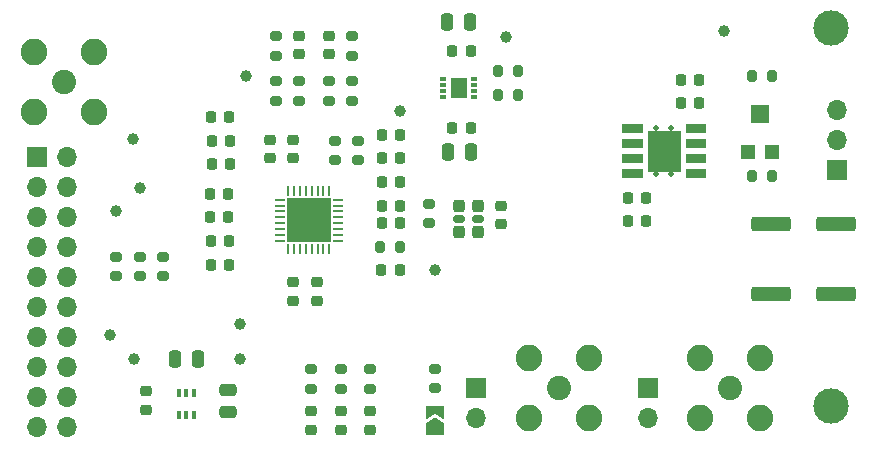
<source format=gbr>
%TF.GenerationSoftware,KiCad,Pcbnew,8.0.6*%
%TF.CreationDate,2025-05-09T15:02:35+02:00*%
%TF.ProjectId,pulse-shaping-extension-v1.1,70756c73-652d-4736-9861-70696e672d65,rev?*%
%TF.SameCoordinates,PX3d09000PY6590fa0*%
%TF.FileFunction,Soldermask,Top*%
%TF.FilePolarity,Negative*%
%FSLAX46Y46*%
G04 Gerber Fmt 4.6, Leading zero omitted, Abs format (unit mm)*
G04 Created by KiCad (PCBNEW 8.0.6) date 2025-05-09 15:02:35*
%MOMM*%
%LPD*%
G01*
G04 APERTURE LIST*
G04 Aperture macros list*
%AMRoundRect*
0 Rectangle with rounded corners*
0 $1 Rounding radius*
0 $2 $3 $4 $5 $6 $7 $8 $9 X,Y pos of 4 corners*
0 Add a 4 corners polygon primitive as box body*
4,1,4,$2,$3,$4,$5,$6,$7,$8,$9,$2,$3,0*
0 Add four circle primitives for the rounded corners*
1,1,$1+$1,$2,$3*
1,1,$1+$1,$4,$5*
1,1,$1+$1,$6,$7*
1,1,$1+$1,$8,$9*
0 Add four rect primitives between the rounded corners*
20,1,$1+$1,$2,$3,$4,$5,0*
20,1,$1+$1,$4,$5,$6,$7,0*
20,1,$1+$1,$6,$7,$8,$9,0*
20,1,$1+$1,$8,$9,$2,$3,0*%
%AMFreePoly0*
4,1,6,1.000000,0.000000,0.500000,-0.750000,-0.500000,-0.750000,-0.500000,0.750000,0.500000,0.750000,1.000000,0.000000,1.000000,0.000000,$1*%
%AMFreePoly1*
4,1,6,0.500000,-0.750000,-0.650000,-0.750000,-0.150000,0.000000,-0.650000,0.750000,0.500000,0.750000,0.500000,-0.750000,0.500000,-0.750000,$1*%
G04 Aperture macros list end*
%ADD10C,0.010000*%
%ADD11RoundRect,0.218750X-0.256250X0.218750X-0.256250X-0.218750X0.256250X-0.218750X0.256250X0.218750X0*%
%ADD12RoundRect,0.225000X0.250000X-0.225000X0.250000X0.225000X-0.250000X0.225000X-0.250000X-0.225000X0*%
%ADD13RoundRect,0.225000X-0.225000X-0.250000X0.225000X-0.250000X0.225000X0.250000X-0.225000X0.250000X0*%
%ADD14C,1.000000*%
%ADD15R,1.700000X1.700000*%
%ADD16O,1.700000X1.700000*%
%ADD17R,0.812800X0.254000*%
%ADD18R,0.254000X0.812800*%
%ADD19R,3.759200X3.759200*%
%ADD20RoundRect,0.200000X-0.275000X0.200000X-0.275000X-0.200000X0.275000X-0.200000X0.275000X0.200000X0*%
%ADD21RoundRect,0.250000X-0.250000X-0.475000X0.250000X-0.475000X0.250000X0.475000X-0.250000X0.475000X0*%
%ADD22R,1.200000X1.200000*%
%ADD23R,1.600000X1.500000*%
%ADD24C,2.050000*%
%ADD25C,2.250000*%
%ADD26RoundRect,0.200000X0.200000X0.275000X-0.200000X0.275000X-0.200000X-0.275000X0.200000X-0.275000X0*%
%ADD27RoundRect,0.225000X0.225000X0.250000X-0.225000X0.250000X-0.225000X-0.250000X0.225000X-0.250000X0*%
%ADD28RoundRect,0.225000X-0.250000X0.225000X-0.250000X-0.225000X0.250000X-0.225000X0.250000X0.225000X0*%
%ADD29RoundRect,0.250000X1.425000X-0.362500X1.425000X0.362500X-1.425000X0.362500X-1.425000X-0.362500X0*%
%ADD30RoundRect,0.200000X0.275000X-0.200000X0.275000X0.200000X-0.275000X0.200000X-0.275000X-0.200000X0*%
%ADD31RoundRect,0.200000X-0.200000X-0.275000X0.200000X-0.275000X0.200000X0.275000X-0.200000X0.275000X0*%
%ADD32RoundRect,0.250000X0.250000X0.275000X-0.250000X0.275000X-0.250000X-0.275000X0.250000X-0.275000X0*%
%ADD33RoundRect,0.162500X0.337500X0.162500X-0.337500X0.162500X-0.337500X-0.162500X0.337500X-0.162500X0*%
%ADD34C,0.504000*%
%ADD35RoundRect,0.087500X-0.200000X-0.087500X0.200000X-0.087500X0.200000X0.087500X-0.200000X0.087500X0*%
%ADD36R,1.450000X1.740000*%
%ADD37RoundRect,0.250000X0.475000X-0.250000X0.475000X0.250000X-0.475000X0.250000X-0.475000X-0.250000X0*%
%ADD38C,3.000000*%
%ADD39FreePoly0,90.000000*%
%ADD40FreePoly1,90.000000*%
%ADD41RoundRect,0.218750X0.256250X-0.218750X0.256250X0.218750X-0.256250X0.218750X-0.256250X-0.218750X0*%
%ADD42RoundRect,0.100000X-0.100000X0.225000X-0.100000X-0.225000X0.100000X-0.225000X0.100000X0.225000X0*%
G04 APERTURE END LIST*
D10*
%TO.C,U4*%
X58205000Y23950000D02*
X55495000Y23950000D01*
X55495000Y27350000D01*
X58205000Y27350000D01*
X58205000Y23950000D01*
G36*
X58205000Y23950000D02*
G01*
X55495000Y23950000D01*
X55495000Y27350000D01*
X58205000Y27350000D01*
X58205000Y23950000D01*
G37*
X54953000Y27924000D02*
X54955000Y27924000D01*
X54958000Y27923000D01*
X54960000Y27923000D01*
X54963000Y27922000D01*
X54965000Y27921000D01*
X54968000Y27920000D01*
X54970000Y27918000D01*
X54972000Y27917000D01*
X54974000Y27915000D01*
X54976000Y27914000D01*
X54978000Y27912000D01*
X54980000Y27910000D01*
X54982000Y27908000D01*
X54984000Y27906000D01*
X54985000Y27904000D01*
X54987000Y27902000D01*
X54988000Y27900000D01*
X54990000Y27898000D01*
X54991000Y27895000D01*
X54992000Y27893000D01*
X54993000Y27890000D01*
X54993000Y27888000D01*
X54994000Y27885000D01*
X54994000Y27883000D01*
X54995000Y27880000D01*
X54995000Y27878000D01*
X54995000Y27875000D01*
X54995000Y27235000D01*
X54995000Y27232000D01*
X54995000Y27230000D01*
X54994000Y27227000D01*
X54994000Y27225000D01*
X54993000Y27222000D01*
X54993000Y27220000D01*
X54992000Y27217000D01*
X54991000Y27215000D01*
X54990000Y27212000D01*
X54988000Y27210000D01*
X54987000Y27208000D01*
X54985000Y27206000D01*
X54984000Y27204000D01*
X54982000Y27202000D01*
X54980000Y27200000D01*
X54978000Y27198000D01*
X54976000Y27196000D01*
X54974000Y27195000D01*
X54972000Y27193000D01*
X54970000Y27192000D01*
X54968000Y27190000D01*
X54965000Y27189000D01*
X54963000Y27188000D01*
X54960000Y27187000D01*
X54958000Y27187000D01*
X54955000Y27186000D01*
X54953000Y27186000D01*
X54950000Y27185000D01*
X54948000Y27185000D01*
X54945000Y27185000D01*
X53355000Y27185000D01*
X53352000Y27185000D01*
X53350000Y27185000D01*
X53347000Y27186000D01*
X53345000Y27186000D01*
X53342000Y27187000D01*
X53340000Y27187000D01*
X53337000Y27188000D01*
X53335000Y27189000D01*
X53332000Y27190000D01*
X53330000Y27192000D01*
X53328000Y27193000D01*
X53326000Y27195000D01*
X53324000Y27196000D01*
X53322000Y27198000D01*
X53320000Y27200000D01*
X53318000Y27202000D01*
X53316000Y27204000D01*
X53315000Y27206000D01*
X53313000Y27208000D01*
X53312000Y27210000D01*
X53310000Y27212000D01*
X53309000Y27215000D01*
X53308000Y27217000D01*
X53307000Y27220000D01*
X53307000Y27222000D01*
X53306000Y27225000D01*
X53306000Y27227000D01*
X53305000Y27230000D01*
X53305000Y27232000D01*
X53305000Y27235000D01*
X53305000Y27875000D01*
X53305000Y27878000D01*
X53305000Y27880000D01*
X53306000Y27883000D01*
X53306000Y27885000D01*
X53307000Y27888000D01*
X53307000Y27890000D01*
X53308000Y27893000D01*
X53309000Y27895000D01*
X53310000Y27898000D01*
X53312000Y27900000D01*
X53313000Y27902000D01*
X53315000Y27904000D01*
X53316000Y27906000D01*
X53318000Y27908000D01*
X53320000Y27910000D01*
X53322000Y27912000D01*
X53324000Y27914000D01*
X53326000Y27915000D01*
X53328000Y27917000D01*
X53330000Y27918000D01*
X53332000Y27920000D01*
X53335000Y27921000D01*
X53337000Y27922000D01*
X53340000Y27923000D01*
X53342000Y27923000D01*
X53345000Y27924000D01*
X53347000Y27924000D01*
X53350000Y27925000D01*
X53352000Y27925000D01*
X53355000Y27925000D01*
X54945000Y27925000D01*
X54948000Y27925000D01*
X54950000Y27925000D01*
X54953000Y27924000D01*
G36*
X54953000Y27924000D02*
G01*
X54955000Y27924000D01*
X54958000Y27923000D01*
X54960000Y27923000D01*
X54963000Y27922000D01*
X54965000Y27921000D01*
X54968000Y27920000D01*
X54970000Y27918000D01*
X54972000Y27917000D01*
X54974000Y27915000D01*
X54976000Y27914000D01*
X54978000Y27912000D01*
X54980000Y27910000D01*
X54982000Y27908000D01*
X54984000Y27906000D01*
X54985000Y27904000D01*
X54987000Y27902000D01*
X54988000Y27900000D01*
X54990000Y27898000D01*
X54991000Y27895000D01*
X54992000Y27893000D01*
X54993000Y27890000D01*
X54993000Y27888000D01*
X54994000Y27885000D01*
X54994000Y27883000D01*
X54995000Y27880000D01*
X54995000Y27878000D01*
X54995000Y27875000D01*
X54995000Y27235000D01*
X54995000Y27232000D01*
X54995000Y27230000D01*
X54994000Y27227000D01*
X54994000Y27225000D01*
X54993000Y27222000D01*
X54993000Y27220000D01*
X54992000Y27217000D01*
X54991000Y27215000D01*
X54990000Y27212000D01*
X54988000Y27210000D01*
X54987000Y27208000D01*
X54985000Y27206000D01*
X54984000Y27204000D01*
X54982000Y27202000D01*
X54980000Y27200000D01*
X54978000Y27198000D01*
X54976000Y27196000D01*
X54974000Y27195000D01*
X54972000Y27193000D01*
X54970000Y27192000D01*
X54968000Y27190000D01*
X54965000Y27189000D01*
X54963000Y27188000D01*
X54960000Y27187000D01*
X54958000Y27187000D01*
X54955000Y27186000D01*
X54953000Y27186000D01*
X54950000Y27185000D01*
X54948000Y27185000D01*
X54945000Y27185000D01*
X53355000Y27185000D01*
X53352000Y27185000D01*
X53350000Y27185000D01*
X53347000Y27186000D01*
X53345000Y27186000D01*
X53342000Y27187000D01*
X53340000Y27187000D01*
X53337000Y27188000D01*
X53335000Y27189000D01*
X53332000Y27190000D01*
X53330000Y27192000D01*
X53328000Y27193000D01*
X53326000Y27195000D01*
X53324000Y27196000D01*
X53322000Y27198000D01*
X53320000Y27200000D01*
X53318000Y27202000D01*
X53316000Y27204000D01*
X53315000Y27206000D01*
X53313000Y27208000D01*
X53312000Y27210000D01*
X53310000Y27212000D01*
X53309000Y27215000D01*
X53308000Y27217000D01*
X53307000Y27220000D01*
X53307000Y27222000D01*
X53306000Y27225000D01*
X53306000Y27227000D01*
X53305000Y27230000D01*
X53305000Y27232000D01*
X53305000Y27235000D01*
X53305000Y27875000D01*
X53305000Y27878000D01*
X53305000Y27880000D01*
X53306000Y27883000D01*
X53306000Y27885000D01*
X53307000Y27888000D01*
X53307000Y27890000D01*
X53308000Y27893000D01*
X53309000Y27895000D01*
X53310000Y27898000D01*
X53312000Y27900000D01*
X53313000Y27902000D01*
X53315000Y27904000D01*
X53316000Y27906000D01*
X53318000Y27908000D01*
X53320000Y27910000D01*
X53322000Y27912000D01*
X53324000Y27914000D01*
X53326000Y27915000D01*
X53328000Y27917000D01*
X53330000Y27918000D01*
X53332000Y27920000D01*
X53335000Y27921000D01*
X53337000Y27922000D01*
X53340000Y27923000D01*
X53342000Y27923000D01*
X53345000Y27924000D01*
X53347000Y27924000D01*
X53350000Y27925000D01*
X53352000Y27925000D01*
X53355000Y27925000D01*
X54945000Y27925000D01*
X54948000Y27925000D01*
X54950000Y27925000D01*
X54953000Y27924000D01*
G37*
X54953000Y26654000D02*
X54955000Y26654000D01*
X54958000Y26653000D01*
X54960000Y26653000D01*
X54963000Y26652000D01*
X54965000Y26651000D01*
X54968000Y26650000D01*
X54970000Y26648000D01*
X54972000Y26647000D01*
X54974000Y26645000D01*
X54976000Y26644000D01*
X54978000Y26642000D01*
X54980000Y26640000D01*
X54982000Y26638000D01*
X54984000Y26636000D01*
X54985000Y26634000D01*
X54987000Y26632000D01*
X54988000Y26630000D01*
X54990000Y26628000D01*
X54991000Y26625000D01*
X54992000Y26623000D01*
X54993000Y26620000D01*
X54993000Y26618000D01*
X54994000Y26615000D01*
X54994000Y26613000D01*
X54995000Y26610000D01*
X54995000Y26608000D01*
X54995000Y26605000D01*
X54995000Y25965000D01*
X54995000Y25962000D01*
X54995000Y25960000D01*
X54994000Y25957000D01*
X54994000Y25955000D01*
X54993000Y25952000D01*
X54993000Y25950000D01*
X54992000Y25947000D01*
X54991000Y25945000D01*
X54990000Y25942000D01*
X54988000Y25940000D01*
X54987000Y25938000D01*
X54985000Y25936000D01*
X54984000Y25934000D01*
X54982000Y25932000D01*
X54980000Y25930000D01*
X54978000Y25928000D01*
X54976000Y25926000D01*
X54974000Y25925000D01*
X54972000Y25923000D01*
X54970000Y25922000D01*
X54968000Y25920000D01*
X54965000Y25919000D01*
X54963000Y25918000D01*
X54960000Y25917000D01*
X54958000Y25917000D01*
X54955000Y25916000D01*
X54953000Y25916000D01*
X54950000Y25915000D01*
X54948000Y25915000D01*
X54945000Y25915000D01*
X53355000Y25915000D01*
X53352000Y25915000D01*
X53350000Y25915000D01*
X53347000Y25916000D01*
X53345000Y25916000D01*
X53342000Y25917000D01*
X53340000Y25917000D01*
X53337000Y25918000D01*
X53335000Y25919000D01*
X53332000Y25920000D01*
X53330000Y25922000D01*
X53328000Y25923000D01*
X53326000Y25925000D01*
X53324000Y25926000D01*
X53322000Y25928000D01*
X53320000Y25930000D01*
X53318000Y25932000D01*
X53316000Y25934000D01*
X53315000Y25936000D01*
X53313000Y25938000D01*
X53312000Y25940000D01*
X53310000Y25942000D01*
X53309000Y25945000D01*
X53308000Y25947000D01*
X53307000Y25950000D01*
X53307000Y25952000D01*
X53306000Y25955000D01*
X53306000Y25957000D01*
X53305000Y25960000D01*
X53305000Y25962000D01*
X53305000Y25965000D01*
X53305000Y26605000D01*
X53305000Y26608000D01*
X53305000Y26610000D01*
X53306000Y26613000D01*
X53306000Y26615000D01*
X53307000Y26618000D01*
X53307000Y26620000D01*
X53308000Y26623000D01*
X53309000Y26625000D01*
X53310000Y26628000D01*
X53312000Y26630000D01*
X53313000Y26632000D01*
X53315000Y26634000D01*
X53316000Y26636000D01*
X53318000Y26638000D01*
X53320000Y26640000D01*
X53322000Y26642000D01*
X53324000Y26644000D01*
X53326000Y26645000D01*
X53328000Y26647000D01*
X53330000Y26648000D01*
X53332000Y26650000D01*
X53335000Y26651000D01*
X53337000Y26652000D01*
X53340000Y26653000D01*
X53342000Y26653000D01*
X53345000Y26654000D01*
X53347000Y26654000D01*
X53350000Y26655000D01*
X53352000Y26655000D01*
X53355000Y26655000D01*
X54945000Y26655000D01*
X54948000Y26655000D01*
X54950000Y26655000D01*
X54953000Y26654000D01*
G36*
X54953000Y26654000D02*
G01*
X54955000Y26654000D01*
X54958000Y26653000D01*
X54960000Y26653000D01*
X54963000Y26652000D01*
X54965000Y26651000D01*
X54968000Y26650000D01*
X54970000Y26648000D01*
X54972000Y26647000D01*
X54974000Y26645000D01*
X54976000Y26644000D01*
X54978000Y26642000D01*
X54980000Y26640000D01*
X54982000Y26638000D01*
X54984000Y26636000D01*
X54985000Y26634000D01*
X54987000Y26632000D01*
X54988000Y26630000D01*
X54990000Y26628000D01*
X54991000Y26625000D01*
X54992000Y26623000D01*
X54993000Y26620000D01*
X54993000Y26618000D01*
X54994000Y26615000D01*
X54994000Y26613000D01*
X54995000Y26610000D01*
X54995000Y26608000D01*
X54995000Y26605000D01*
X54995000Y25965000D01*
X54995000Y25962000D01*
X54995000Y25960000D01*
X54994000Y25957000D01*
X54994000Y25955000D01*
X54993000Y25952000D01*
X54993000Y25950000D01*
X54992000Y25947000D01*
X54991000Y25945000D01*
X54990000Y25942000D01*
X54988000Y25940000D01*
X54987000Y25938000D01*
X54985000Y25936000D01*
X54984000Y25934000D01*
X54982000Y25932000D01*
X54980000Y25930000D01*
X54978000Y25928000D01*
X54976000Y25926000D01*
X54974000Y25925000D01*
X54972000Y25923000D01*
X54970000Y25922000D01*
X54968000Y25920000D01*
X54965000Y25919000D01*
X54963000Y25918000D01*
X54960000Y25917000D01*
X54958000Y25917000D01*
X54955000Y25916000D01*
X54953000Y25916000D01*
X54950000Y25915000D01*
X54948000Y25915000D01*
X54945000Y25915000D01*
X53355000Y25915000D01*
X53352000Y25915000D01*
X53350000Y25915000D01*
X53347000Y25916000D01*
X53345000Y25916000D01*
X53342000Y25917000D01*
X53340000Y25917000D01*
X53337000Y25918000D01*
X53335000Y25919000D01*
X53332000Y25920000D01*
X53330000Y25922000D01*
X53328000Y25923000D01*
X53326000Y25925000D01*
X53324000Y25926000D01*
X53322000Y25928000D01*
X53320000Y25930000D01*
X53318000Y25932000D01*
X53316000Y25934000D01*
X53315000Y25936000D01*
X53313000Y25938000D01*
X53312000Y25940000D01*
X53310000Y25942000D01*
X53309000Y25945000D01*
X53308000Y25947000D01*
X53307000Y25950000D01*
X53307000Y25952000D01*
X53306000Y25955000D01*
X53306000Y25957000D01*
X53305000Y25960000D01*
X53305000Y25962000D01*
X53305000Y25965000D01*
X53305000Y26605000D01*
X53305000Y26608000D01*
X53305000Y26610000D01*
X53306000Y26613000D01*
X53306000Y26615000D01*
X53307000Y26618000D01*
X53307000Y26620000D01*
X53308000Y26623000D01*
X53309000Y26625000D01*
X53310000Y26628000D01*
X53312000Y26630000D01*
X53313000Y26632000D01*
X53315000Y26634000D01*
X53316000Y26636000D01*
X53318000Y26638000D01*
X53320000Y26640000D01*
X53322000Y26642000D01*
X53324000Y26644000D01*
X53326000Y26645000D01*
X53328000Y26647000D01*
X53330000Y26648000D01*
X53332000Y26650000D01*
X53335000Y26651000D01*
X53337000Y26652000D01*
X53340000Y26653000D01*
X53342000Y26653000D01*
X53345000Y26654000D01*
X53347000Y26654000D01*
X53350000Y26655000D01*
X53352000Y26655000D01*
X53355000Y26655000D01*
X54945000Y26655000D01*
X54948000Y26655000D01*
X54950000Y26655000D01*
X54953000Y26654000D01*
G37*
X54953000Y25384000D02*
X54955000Y25384000D01*
X54958000Y25383000D01*
X54960000Y25383000D01*
X54963000Y25382000D01*
X54965000Y25381000D01*
X54968000Y25380000D01*
X54970000Y25378000D01*
X54972000Y25377000D01*
X54974000Y25375000D01*
X54976000Y25374000D01*
X54978000Y25372000D01*
X54980000Y25370000D01*
X54982000Y25368000D01*
X54984000Y25366000D01*
X54985000Y25364000D01*
X54987000Y25362000D01*
X54988000Y25360000D01*
X54990000Y25358000D01*
X54991000Y25355000D01*
X54992000Y25353000D01*
X54993000Y25350000D01*
X54993000Y25348000D01*
X54994000Y25345000D01*
X54994000Y25343000D01*
X54995000Y25340000D01*
X54995000Y25338000D01*
X54995000Y25335000D01*
X54995000Y24695000D01*
X54995000Y24692000D01*
X54995000Y24690000D01*
X54994000Y24687000D01*
X54994000Y24685000D01*
X54993000Y24682000D01*
X54993000Y24680000D01*
X54992000Y24677000D01*
X54991000Y24675000D01*
X54990000Y24672000D01*
X54988000Y24670000D01*
X54987000Y24668000D01*
X54985000Y24666000D01*
X54984000Y24664000D01*
X54982000Y24662000D01*
X54980000Y24660000D01*
X54978000Y24658000D01*
X54976000Y24656000D01*
X54974000Y24655000D01*
X54972000Y24653000D01*
X54970000Y24652000D01*
X54968000Y24650000D01*
X54965000Y24649000D01*
X54963000Y24648000D01*
X54960000Y24647000D01*
X54958000Y24647000D01*
X54955000Y24646000D01*
X54953000Y24646000D01*
X54950000Y24645000D01*
X54948000Y24645000D01*
X54945000Y24645000D01*
X53355000Y24645000D01*
X53352000Y24645000D01*
X53350000Y24645000D01*
X53347000Y24646000D01*
X53345000Y24646000D01*
X53342000Y24647000D01*
X53340000Y24647000D01*
X53337000Y24648000D01*
X53335000Y24649000D01*
X53332000Y24650000D01*
X53330000Y24652000D01*
X53328000Y24653000D01*
X53326000Y24655000D01*
X53324000Y24656000D01*
X53322000Y24658000D01*
X53320000Y24660000D01*
X53318000Y24662000D01*
X53316000Y24664000D01*
X53315000Y24666000D01*
X53313000Y24668000D01*
X53312000Y24670000D01*
X53310000Y24672000D01*
X53309000Y24675000D01*
X53308000Y24677000D01*
X53307000Y24680000D01*
X53307000Y24682000D01*
X53306000Y24685000D01*
X53306000Y24687000D01*
X53305000Y24690000D01*
X53305000Y24692000D01*
X53305000Y24695000D01*
X53305000Y25335000D01*
X53305000Y25338000D01*
X53305000Y25340000D01*
X53306000Y25343000D01*
X53306000Y25345000D01*
X53307000Y25348000D01*
X53307000Y25350000D01*
X53308000Y25353000D01*
X53309000Y25355000D01*
X53310000Y25358000D01*
X53312000Y25360000D01*
X53313000Y25362000D01*
X53315000Y25364000D01*
X53316000Y25366000D01*
X53318000Y25368000D01*
X53320000Y25370000D01*
X53322000Y25372000D01*
X53324000Y25374000D01*
X53326000Y25375000D01*
X53328000Y25377000D01*
X53330000Y25378000D01*
X53332000Y25380000D01*
X53335000Y25381000D01*
X53337000Y25382000D01*
X53340000Y25383000D01*
X53342000Y25383000D01*
X53345000Y25384000D01*
X53347000Y25384000D01*
X53350000Y25385000D01*
X53352000Y25385000D01*
X53355000Y25385000D01*
X54945000Y25385000D01*
X54948000Y25385000D01*
X54950000Y25385000D01*
X54953000Y25384000D01*
G36*
X54953000Y25384000D02*
G01*
X54955000Y25384000D01*
X54958000Y25383000D01*
X54960000Y25383000D01*
X54963000Y25382000D01*
X54965000Y25381000D01*
X54968000Y25380000D01*
X54970000Y25378000D01*
X54972000Y25377000D01*
X54974000Y25375000D01*
X54976000Y25374000D01*
X54978000Y25372000D01*
X54980000Y25370000D01*
X54982000Y25368000D01*
X54984000Y25366000D01*
X54985000Y25364000D01*
X54987000Y25362000D01*
X54988000Y25360000D01*
X54990000Y25358000D01*
X54991000Y25355000D01*
X54992000Y25353000D01*
X54993000Y25350000D01*
X54993000Y25348000D01*
X54994000Y25345000D01*
X54994000Y25343000D01*
X54995000Y25340000D01*
X54995000Y25338000D01*
X54995000Y25335000D01*
X54995000Y24695000D01*
X54995000Y24692000D01*
X54995000Y24690000D01*
X54994000Y24687000D01*
X54994000Y24685000D01*
X54993000Y24682000D01*
X54993000Y24680000D01*
X54992000Y24677000D01*
X54991000Y24675000D01*
X54990000Y24672000D01*
X54988000Y24670000D01*
X54987000Y24668000D01*
X54985000Y24666000D01*
X54984000Y24664000D01*
X54982000Y24662000D01*
X54980000Y24660000D01*
X54978000Y24658000D01*
X54976000Y24656000D01*
X54974000Y24655000D01*
X54972000Y24653000D01*
X54970000Y24652000D01*
X54968000Y24650000D01*
X54965000Y24649000D01*
X54963000Y24648000D01*
X54960000Y24647000D01*
X54958000Y24647000D01*
X54955000Y24646000D01*
X54953000Y24646000D01*
X54950000Y24645000D01*
X54948000Y24645000D01*
X54945000Y24645000D01*
X53355000Y24645000D01*
X53352000Y24645000D01*
X53350000Y24645000D01*
X53347000Y24646000D01*
X53345000Y24646000D01*
X53342000Y24647000D01*
X53340000Y24647000D01*
X53337000Y24648000D01*
X53335000Y24649000D01*
X53332000Y24650000D01*
X53330000Y24652000D01*
X53328000Y24653000D01*
X53326000Y24655000D01*
X53324000Y24656000D01*
X53322000Y24658000D01*
X53320000Y24660000D01*
X53318000Y24662000D01*
X53316000Y24664000D01*
X53315000Y24666000D01*
X53313000Y24668000D01*
X53312000Y24670000D01*
X53310000Y24672000D01*
X53309000Y24675000D01*
X53308000Y24677000D01*
X53307000Y24680000D01*
X53307000Y24682000D01*
X53306000Y24685000D01*
X53306000Y24687000D01*
X53305000Y24690000D01*
X53305000Y24692000D01*
X53305000Y24695000D01*
X53305000Y25335000D01*
X53305000Y25338000D01*
X53305000Y25340000D01*
X53306000Y25343000D01*
X53306000Y25345000D01*
X53307000Y25348000D01*
X53307000Y25350000D01*
X53308000Y25353000D01*
X53309000Y25355000D01*
X53310000Y25358000D01*
X53312000Y25360000D01*
X53313000Y25362000D01*
X53315000Y25364000D01*
X53316000Y25366000D01*
X53318000Y25368000D01*
X53320000Y25370000D01*
X53322000Y25372000D01*
X53324000Y25374000D01*
X53326000Y25375000D01*
X53328000Y25377000D01*
X53330000Y25378000D01*
X53332000Y25380000D01*
X53335000Y25381000D01*
X53337000Y25382000D01*
X53340000Y25383000D01*
X53342000Y25383000D01*
X53345000Y25384000D01*
X53347000Y25384000D01*
X53350000Y25385000D01*
X53352000Y25385000D01*
X53355000Y25385000D01*
X54945000Y25385000D01*
X54948000Y25385000D01*
X54950000Y25385000D01*
X54953000Y25384000D01*
G37*
X54953000Y24114000D02*
X54955000Y24114000D01*
X54958000Y24113000D01*
X54960000Y24113000D01*
X54963000Y24112000D01*
X54965000Y24111000D01*
X54968000Y24110000D01*
X54970000Y24108000D01*
X54972000Y24107000D01*
X54974000Y24105000D01*
X54976000Y24104000D01*
X54978000Y24102000D01*
X54980000Y24100000D01*
X54982000Y24098000D01*
X54984000Y24096000D01*
X54985000Y24094000D01*
X54987000Y24092000D01*
X54988000Y24090000D01*
X54990000Y24088000D01*
X54991000Y24085000D01*
X54992000Y24083000D01*
X54993000Y24080000D01*
X54993000Y24078000D01*
X54994000Y24075000D01*
X54994000Y24073000D01*
X54995000Y24070000D01*
X54995000Y24068000D01*
X54995000Y24065000D01*
X54995000Y23425000D01*
X54995000Y23422000D01*
X54995000Y23420000D01*
X54994000Y23417000D01*
X54994000Y23415000D01*
X54993000Y23412000D01*
X54993000Y23410000D01*
X54992000Y23407000D01*
X54991000Y23405000D01*
X54990000Y23402000D01*
X54988000Y23400000D01*
X54987000Y23398000D01*
X54985000Y23396000D01*
X54984000Y23394000D01*
X54982000Y23392000D01*
X54980000Y23390000D01*
X54978000Y23388000D01*
X54976000Y23386000D01*
X54974000Y23385000D01*
X54972000Y23383000D01*
X54970000Y23382000D01*
X54968000Y23380000D01*
X54965000Y23379000D01*
X54963000Y23378000D01*
X54960000Y23377000D01*
X54958000Y23377000D01*
X54955000Y23376000D01*
X54953000Y23376000D01*
X54950000Y23375000D01*
X54948000Y23375000D01*
X54945000Y23375000D01*
X53355000Y23375000D01*
X53352000Y23375000D01*
X53350000Y23375000D01*
X53347000Y23376000D01*
X53345000Y23376000D01*
X53342000Y23377000D01*
X53340000Y23377000D01*
X53337000Y23378000D01*
X53335000Y23379000D01*
X53332000Y23380000D01*
X53330000Y23382000D01*
X53328000Y23383000D01*
X53326000Y23385000D01*
X53324000Y23386000D01*
X53322000Y23388000D01*
X53320000Y23390000D01*
X53318000Y23392000D01*
X53316000Y23394000D01*
X53315000Y23396000D01*
X53313000Y23398000D01*
X53312000Y23400000D01*
X53310000Y23402000D01*
X53309000Y23405000D01*
X53308000Y23407000D01*
X53307000Y23410000D01*
X53307000Y23412000D01*
X53306000Y23415000D01*
X53306000Y23417000D01*
X53305000Y23420000D01*
X53305000Y23422000D01*
X53305000Y23425000D01*
X53305000Y24065000D01*
X53305000Y24068000D01*
X53305000Y24070000D01*
X53306000Y24073000D01*
X53306000Y24075000D01*
X53307000Y24078000D01*
X53307000Y24080000D01*
X53308000Y24083000D01*
X53309000Y24085000D01*
X53310000Y24088000D01*
X53312000Y24090000D01*
X53313000Y24092000D01*
X53315000Y24094000D01*
X53316000Y24096000D01*
X53318000Y24098000D01*
X53320000Y24100000D01*
X53322000Y24102000D01*
X53324000Y24104000D01*
X53326000Y24105000D01*
X53328000Y24107000D01*
X53330000Y24108000D01*
X53332000Y24110000D01*
X53335000Y24111000D01*
X53337000Y24112000D01*
X53340000Y24113000D01*
X53342000Y24113000D01*
X53345000Y24114000D01*
X53347000Y24114000D01*
X53350000Y24115000D01*
X53352000Y24115000D01*
X53355000Y24115000D01*
X54945000Y24115000D01*
X54948000Y24115000D01*
X54950000Y24115000D01*
X54953000Y24114000D01*
G36*
X54953000Y24114000D02*
G01*
X54955000Y24114000D01*
X54958000Y24113000D01*
X54960000Y24113000D01*
X54963000Y24112000D01*
X54965000Y24111000D01*
X54968000Y24110000D01*
X54970000Y24108000D01*
X54972000Y24107000D01*
X54974000Y24105000D01*
X54976000Y24104000D01*
X54978000Y24102000D01*
X54980000Y24100000D01*
X54982000Y24098000D01*
X54984000Y24096000D01*
X54985000Y24094000D01*
X54987000Y24092000D01*
X54988000Y24090000D01*
X54990000Y24088000D01*
X54991000Y24085000D01*
X54992000Y24083000D01*
X54993000Y24080000D01*
X54993000Y24078000D01*
X54994000Y24075000D01*
X54994000Y24073000D01*
X54995000Y24070000D01*
X54995000Y24068000D01*
X54995000Y24065000D01*
X54995000Y23425000D01*
X54995000Y23422000D01*
X54995000Y23420000D01*
X54994000Y23417000D01*
X54994000Y23415000D01*
X54993000Y23412000D01*
X54993000Y23410000D01*
X54992000Y23407000D01*
X54991000Y23405000D01*
X54990000Y23402000D01*
X54988000Y23400000D01*
X54987000Y23398000D01*
X54985000Y23396000D01*
X54984000Y23394000D01*
X54982000Y23392000D01*
X54980000Y23390000D01*
X54978000Y23388000D01*
X54976000Y23386000D01*
X54974000Y23385000D01*
X54972000Y23383000D01*
X54970000Y23382000D01*
X54968000Y23380000D01*
X54965000Y23379000D01*
X54963000Y23378000D01*
X54960000Y23377000D01*
X54958000Y23377000D01*
X54955000Y23376000D01*
X54953000Y23376000D01*
X54950000Y23375000D01*
X54948000Y23375000D01*
X54945000Y23375000D01*
X53355000Y23375000D01*
X53352000Y23375000D01*
X53350000Y23375000D01*
X53347000Y23376000D01*
X53345000Y23376000D01*
X53342000Y23377000D01*
X53340000Y23377000D01*
X53337000Y23378000D01*
X53335000Y23379000D01*
X53332000Y23380000D01*
X53330000Y23382000D01*
X53328000Y23383000D01*
X53326000Y23385000D01*
X53324000Y23386000D01*
X53322000Y23388000D01*
X53320000Y23390000D01*
X53318000Y23392000D01*
X53316000Y23394000D01*
X53315000Y23396000D01*
X53313000Y23398000D01*
X53312000Y23400000D01*
X53310000Y23402000D01*
X53309000Y23405000D01*
X53308000Y23407000D01*
X53307000Y23410000D01*
X53307000Y23412000D01*
X53306000Y23415000D01*
X53306000Y23417000D01*
X53305000Y23420000D01*
X53305000Y23422000D01*
X53305000Y23425000D01*
X53305000Y24065000D01*
X53305000Y24068000D01*
X53305000Y24070000D01*
X53306000Y24073000D01*
X53306000Y24075000D01*
X53307000Y24078000D01*
X53307000Y24080000D01*
X53308000Y24083000D01*
X53309000Y24085000D01*
X53310000Y24088000D01*
X53312000Y24090000D01*
X53313000Y24092000D01*
X53315000Y24094000D01*
X53316000Y24096000D01*
X53318000Y24098000D01*
X53320000Y24100000D01*
X53322000Y24102000D01*
X53324000Y24104000D01*
X53326000Y24105000D01*
X53328000Y24107000D01*
X53330000Y24108000D01*
X53332000Y24110000D01*
X53335000Y24111000D01*
X53337000Y24112000D01*
X53340000Y24113000D01*
X53342000Y24113000D01*
X53345000Y24114000D01*
X53347000Y24114000D01*
X53350000Y24115000D01*
X53352000Y24115000D01*
X53355000Y24115000D01*
X54945000Y24115000D01*
X54948000Y24115000D01*
X54950000Y24115000D01*
X54953000Y24114000D01*
G37*
X60353000Y27924000D02*
X60355000Y27924000D01*
X60358000Y27923000D01*
X60360000Y27923000D01*
X60363000Y27922000D01*
X60365000Y27921000D01*
X60368000Y27920000D01*
X60370000Y27918000D01*
X60372000Y27917000D01*
X60374000Y27915000D01*
X60376000Y27914000D01*
X60378000Y27912000D01*
X60380000Y27910000D01*
X60382000Y27908000D01*
X60384000Y27906000D01*
X60385000Y27904000D01*
X60387000Y27902000D01*
X60388000Y27900000D01*
X60390000Y27898000D01*
X60391000Y27895000D01*
X60392000Y27893000D01*
X60393000Y27890000D01*
X60393000Y27888000D01*
X60394000Y27885000D01*
X60394000Y27883000D01*
X60395000Y27880000D01*
X60395000Y27878000D01*
X60395000Y27875000D01*
X60395000Y27235000D01*
X60395000Y27232000D01*
X60395000Y27230000D01*
X60394000Y27227000D01*
X60394000Y27225000D01*
X60393000Y27222000D01*
X60393000Y27220000D01*
X60392000Y27217000D01*
X60391000Y27215000D01*
X60390000Y27212000D01*
X60388000Y27210000D01*
X60387000Y27208000D01*
X60385000Y27206000D01*
X60384000Y27204000D01*
X60382000Y27202000D01*
X60380000Y27200000D01*
X60378000Y27198000D01*
X60376000Y27196000D01*
X60374000Y27195000D01*
X60372000Y27193000D01*
X60370000Y27192000D01*
X60368000Y27190000D01*
X60365000Y27189000D01*
X60363000Y27188000D01*
X60360000Y27187000D01*
X60358000Y27187000D01*
X60355000Y27186000D01*
X60353000Y27186000D01*
X60350000Y27185000D01*
X60348000Y27185000D01*
X60345000Y27185000D01*
X58755000Y27185000D01*
X58752000Y27185000D01*
X58750000Y27185000D01*
X58747000Y27186000D01*
X58745000Y27186000D01*
X58742000Y27187000D01*
X58740000Y27187000D01*
X58737000Y27188000D01*
X58735000Y27189000D01*
X58732000Y27190000D01*
X58730000Y27192000D01*
X58728000Y27193000D01*
X58726000Y27195000D01*
X58724000Y27196000D01*
X58722000Y27198000D01*
X58720000Y27200000D01*
X58718000Y27202000D01*
X58716000Y27204000D01*
X58715000Y27206000D01*
X58713000Y27208000D01*
X58712000Y27210000D01*
X58710000Y27212000D01*
X58709000Y27215000D01*
X58708000Y27217000D01*
X58707000Y27220000D01*
X58707000Y27222000D01*
X58706000Y27225000D01*
X58706000Y27227000D01*
X58705000Y27230000D01*
X58705000Y27232000D01*
X58705000Y27235000D01*
X58705000Y27875000D01*
X58705000Y27878000D01*
X58705000Y27880000D01*
X58706000Y27883000D01*
X58706000Y27885000D01*
X58707000Y27888000D01*
X58707000Y27890000D01*
X58708000Y27893000D01*
X58709000Y27895000D01*
X58710000Y27898000D01*
X58712000Y27900000D01*
X58713000Y27902000D01*
X58715000Y27904000D01*
X58716000Y27906000D01*
X58718000Y27908000D01*
X58720000Y27910000D01*
X58722000Y27912000D01*
X58724000Y27914000D01*
X58726000Y27915000D01*
X58728000Y27917000D01*
X58730000Y27918000D01*
X58732000Y27920000D01*
X58735000Y27921000D01*
X58737000Y27922000D01*
X58740000Y27923000D01*
X58742000Y27923000D01*
X58745000Y27924000D01*
X58747000Y27924000D01*
X58750000Y27925000D01*
X58752000Y27925000D01*
X58755000Y27925000D01*
X60345000Y27925000D01*
X60348000Y27925000D01*
X60350000Y27925000D01*
X60353000Y27924000D01*
G36*
X60353000Y27924000D02*
G01*
X60355000Y27924000D01*
X60358000Y27923000D01*
X60360000Y27923000D01*
X60363000Y27922000D01*
X60365000Y27921000D01*
X60368000Y27920000D01*
X60370000Y27918000D01*
X60372000Y27917000D01*
X60374000Y27915000D01*
X60376000Y27914000D01*
X60378000Y27912000D01*
X60380000Y27910000D01*
X60382000Y27908000D01*
X60384000Y27906000D01*
X60385000Y27904000D01*
X60387000Y27902000D01*
X60388000Y27900000D01*
X60390000Y27898000D01*
X60391000Y27895000D01*
X60392000Y27893000D01*
X60393000Y27890000D01*
X60393000Y27888000D01*
X60394000Y27885000D01*
X60394000Y27883000D01*
X60395000Y27880000D01*
X60395000Y27878000D01*
X60395000Y27875000D01*
X60395000Y27235000D01*
X60395000Y27232000D01*
X60395000Y27230000D01*
X60394000Y27227000D01*
X60394000Y27225000D01*
X60393000Y27222000D01*
X60393000Y27220000D01*
X60392000Y27217000D01*
X60391000Y27215000D01*
X60390000Y27212000D01*
X60388000Y27210000D01*
X60387000Y27208000D01*
X60385000Y27206000D01*
X60384000Y27204000D01*
X60382000Y27202000D01*
X60380000Y27200000D01*
X60378000Y27198000D01*
X60376000Y27196000D01*
X60374000Y27195000D01*
X60372000Y27193000D01*
X60370000Y27192000D01*
X60368000Y27190000D01*
X60365000Y27189000D01*
X60363000Y27188000D01*
X60360000Y27187000D01*
X60358000Y27187000D01*
X60355000Y27186000D01*
X60353000Y27186000D01*
X60350000Y27185000D01*
X60348000Y27185000D01*
X60345000Y27185000D01*
X58755000Y27185000D01*
X58752000Y27185000D01*
X58750000Y27185000D01*
X58747000Y27186000D01*
X58745000Y27186000D01*
X58742000Y27187000D01*
X58740000Y27187000D01*
X58737000Y27188000D01*
X58735000Y27189000D01*
X58732000Y27190000D01*
X58730000Y27192000D01*
X58728000Y27193000D01*
X58726000Y27195000D01*
X58724000Y27196000D01*
X58722000Y27198000D01*
X58720000Y27200000D01*
X58718000Y27202000D01*
X58716000Y27204000D01*
X58715000Y27206000D01*
X58713000Y27208000D01*
X58712000Y27210000D01*
X58710000Y27212000D01*
X58709000Y27215000D01*
X58708000Y27217000D01*
X58707000Y27220000D01*
X58707000Y27222000D01*
X58706000Y27225000D01*
X58706000Y27227000D01*
X58705000Y27230000D01*
X58705000Y27232000D01*
X58705000Y27235000D01*
X58705000Y27875000D01*
X58705000Y27878000D01*
X58705000Y27880000D01*
X58706000Y27883000D01*
X58706000Y27885000D01*
X58707000Y27888000D01*
X58707000Y27890000D01*
X58708000Y27893000D01*
X58709000Y27895000D01*
X58710000Y27898000D01*
X58712000Y27900000D01*
X58713000Y27902000D01*
X58715000Y27904000D01*
X58716000Y27906000D01*
X58718000Y27908000D01*
X58720000Y27910000D01*
X58722000Y27912000D01*
X58724000Y27914000D01*
X58726000Y27915000D01*
X58728000Y27917000D01*
X58730000Y27918000D01*
X58732000Y27920000D01*
X58735000Y27921000D01*
X58737000Y27922000D01*
X58740000Y27923000D01*
X58742000Y27923000D01*
X58745000Y27924000D01*
X58747000Y27924000D01*
X58750000Y27925000D01*
X58752000Y27925000D01*
X58755000Y27925000D01*
X60345000Y27925000D01*
X60348000Y27925000D01*
X60350000Y27925000D01*
X60353000Y27924000D01*
G37*
X60353000Y26654000D02*
X60355000Y26654000D01*
X60358000Y26653000D01*
X60360000Y26653000D01*
X60363000Y26652000D01*
X60365000Y26651000D01*
X60368000Y26650000D01*
X60370000Y26648000D01*
X60372000Y26647000D01*
X60374000Y26645000D01*
X60376000Y26644000D01*
X60378000Y26642000D01*
X60380000Y26640000D01*
X60382000Y26638000D01*
X60384000Y26636000D01*
X60385000Y26634000D01*
X60387000Y26632000D01*
X60388000Y26630000D01*
X60390000Y26628000D01*
X60391000Y26625000D01*
X60392000Y26623000D01*
X60393000Y26620000D01*
X60393000Y26618000D01*
X60394000Y26615000D01*
X60394000Y26613000D01*
X60395000Y26610000D01*
X60395000Y26608000D01*
X60395000Y26605000D01*
X60395000Y25965000D01*
X60395000Y25962000D01*
X60395000Y25960000D01*
X60394000Y25957000D01*
X60394000Y25955000D01*
X60393000Y25952000D01*
X60393000Y25950000D01*
X60392000Y25947000D01*
X60391000Y25945000D01*
X60390000Y25942000D01*
X60388000Y25940000D01*
X60387000Y25938000D01*
X60385000Y25936000D01*
X60384000Y25934000D01*
X60382000Y25932000D01*
X60380000Y25930000D01*
X60378000Y25928000D01*
X60376000Y25926000D01*
X60374000Y25925000D01*
X60372000Y25923000D01*
X60370000Y25922000D01*
X60368000Y25920000D01*
X60365000Y25919000D01*
X60363000Y25918000D01*
X60360000Y25917000D01*
X60358000Y25917000D01*
X60355000Y25916000D01*
X60353000Y25916000D01*
X60350000Y25915000D01*
X60348000Y25915000D01*
X60345000Y25915000D01*
X58755000Y25915000D01*
X58752000Y25915000D01*
X58750000Y25915000D01*
X58747000Y25916000D01*
X58745000Y25916000D01*
X58742000Y25917000D01*
X58740000Y25917000D01*
X58737000Y25918000D01*
X58735000Y25919000D01*
X58732000Y25920000D01*
X58730000Y25922000D01*
X58728000Y25923000D01*
X58726000Y25925000D01*
X58724000Y25926000D01*
X58722000Y25928000D01*
X58720000Y25930000D01*
X58718000Y25932000D01*
X58716000Y25934000D01*
X58715000Y25936000D01*
X58713000Y25938000D01*
X58712000Y25940000D01*
X58710000Y25942000D01*
X58709000Y25945000D01*
X58708000Y25947000D01*
X58707000Y25950000D01*
X58707000Y25952000D01*
X58706000Y25955000D01*
X58706000Y25957000D01*
X58705000Y25960000D01*
X58705000Y25962000D01*
X58705000Y25965000D01*
X58705000Y26605000D01*
X58705000Y26608000D01*
X58705000Y26610000D01*
X58706000Y26613000D01*
X58706000Y26615000D01*
X58707000Y26618000D01*
X58707000Y26620000D01*
X58708000Y26623000D01*
X58709000Y26625000D01*
X58710000Y26628000D01*
X58712000Y26630000D01*
X58713000Y26632000D01*
X58715000Y26634000D01*
X58716000Y26636000D01*
X58718000Y26638000D01*
X58720000Y26640000D01*
X58722000Y26642000D01*
X58724000Y26644000D01*
X58726000Y26645000D01*
X58728000Y26647000D01*
X58730000Y26648000D01*
X58732000Y26650000D01*
X58735000Y26651000D01*
X58737000Y26652000D01*
X58740000Y26653000D01*
X58742000Y26653000D01*
X58745000Y26654000D01*
X58747000Y26654000D01*
X58750000Y26655000D01*
X58752000Y26655000D01*
X58755000Y26655000D01*
X60345000Y26655000D01*
X60348000Y26655000D01*
X60350000Y26655000D01*
X60353000Y26654000D01*
G36*
X60353000Y26654000D02*
G01*
X60355000Y26654000D01*
X60358000Y26653000D01*
X60360000Y26653000D01*
X60363000Y26652000D01*
X60365000Y26651000D01*
X60368000Y26650000D01*
X60370000Y26648000D01*
X60372000Y26647000D01*
X60374000Y26645000D01*
X60376000Y26644000D01*
X60378000Y26642000D01*
X60380000Y26640000D01*
X60382000Y26638000D01*
X60384000Y26636000D01*
X60385000Y26634000D01*
X60387000Y26632000D01*
X60388000Y26630000D01*
X60390000Y26628000D01*
X60391000Y26625000D01*
X60392000Y26623000D01*
X60393000Y26620000D01*
X60393000Y26618000D01*
X60394000Y26615000D01*
X60394000Y26613000D01*
X60395000Y26610000D01*
X60395000Y26608000D01*
X60395000Y26605000D01*
X60395000Y25965000D01*
X60395000Y25962000D01*
X60395000Y25960000D01*
X60394000Y25957000D01*
X60394000Y25955000D01*
X60393000Y25952000D01*
X60393000Y25950000D01*
X60392000Y25947000D01*
X60391000Y25945000D01*
X60390000Y25942000D01*
X60388000Y25940000D01*
X60387000Y25938000D01*
X60385000Y25936000D01*
X60384000Y25934000D01*
X60382000Y25932000D01*
X60380000Y25930000D01*
X60378000Y25928000D01*
X60376000Y25926000D01*
X60374000Y25925000D01*
X60372000Y25923000D01*
X60370000Y25922000D01*
X60368000Y25920000D01*
X60365000Y25919000D01*
X60363000Y25918000D01*
X60360000Y25917000D01*
X60358000Y25917000D01*
X60355000Y25916000D01*
X60353000Y25916000D01*
X60350000Y25915000D01*
X60348000Y25915000D01*
X60345000Y25915000D01*
X58755000Y25915000D01*
X58752000Y25915000D01*
X58750000Y25915000D01*
X58747000Y25916000D01*
X58745000Y25916000D01*
X58742000Y25917000D01*
X58740000Y25917000D01*
X58737000Y25918000D01*
X58735000Y25919000D01*
X58732000Y25920000D01*
X58730000Y25922000D01*
X58728000Y25923000D01*
X58726000Y25925000D01*
X58724000Y25926000D01*
X58722000Y25928000D01*
X58720000Y25930000D01*
X58718000Y25932000D01*
X58716000Y25934000D01*
X58715000Y25936000D01*
X58713000Y25938000D01*
X58712000Y25940000D01*
X58710000Y25942000D01*
X58709000Y25945000D01*
X58708000Y25947000D01*
X58707000Y25950000D01*
X58707000Y25952000D01*
X58706000Y25955000D01*
X58706000Y25957000D01*
X58705000Y25960000D01*
X58705000Y25962000D01*
X58705000Y25965000D01*
X58705000Y26605000D01*
X58705000Y26608000D01*
X58705000Y26610000D01*
X58706000Y26613000D01*
X58706000Y26615000D01*
X58707000Y26618000D01*
X58707000Y26620000D01*
X58708000Y26623000D01*
X58709000Y26625000D01*
X58710000Y26628000D01*
X58712000Y26630000D01*
X58713000Y26632000D01*
X58715000Y26634000D01*
X58716000Y26636000D01*
X58718000Y26638000D01*
X58720000Y26640000D01*
X58722000Y26642000D01*
X58724000Y26644000D01*
X58726000Y26645000D01*
X58728000Y26647000D01*
X58730000Y26648000D01*
X58732000Y26650000D01*
X58735000Y26651000D01*
X58737000Y26652000D01*
X58740000Y26653000D01*
X58742000Y26653000D01*
X58745000Y26654000D01*
X58747000Y26654000D01*
X58750000Y26655000D01*
X58752000Y26655000D01*
X58755000Y26655000D01*
X60345000Y26655000D01*
X60348000Y26655000D01*
X60350000Y26655000D01*
X60353000Y26654000D01*
G37*
X60353000Y25384000D02*
X60355000Y25384000D01*
X60358000Y25383000D01*
X60360000Y25383000D01*
X60363000Y25382000D01*
X60365000Y25381000D01*
X60368000Y25380000D01*
X60370000Y25378000D01*
X60372000Y25377000D01*
X60374000Y25375000D01*
X60376000Y25374000D01*
X60378000Y25372000D01*
X60380000Y25370000D01*
X60382000Y25368000D01*
X60384000Y25366000D01*
X60385000Y25364000D01*
X60387000Y25362000D01*
X60388000Y25360000D01*
X60390000Y25358000D01*
X60391000Y25355000D01*
X60392000Y25353000D01*
X60393000Y25350000D01*
X60393000Y25348000D01*
X60394000Y25345000D01*
X60394000Y25343000D01*
X60395000Y25340000D01*
X60395000Y25338000D01*
X60395000Y25335000D01*
X60395000Y24695000D01*
X60395000Y24692000D01*
X60395000Y24690000D01*
X60394000Y24687000D01*
X60394000Y24685000D01*
X60393000Y24682000D01*
X60393000Y24680000D01*
X60392000Y24677000D01*
X60391000Y24675000D01*
X60390000Y24672000D01*
X60388000Y24670000D01*
X60387000Y24668000D01*
X60385000Y24666000D01*
X60384000Y24664000D01*
X60382000Y24662000D01*
X60380000Y24660000D01*
X60378000Y24658000D01*
X60376000Y24656000D01*
X60374000Y24655000D01*
X60372000Y24653000D01*
X60370000Y24652000D01*
X60368000Y24650000D01*
X60365000Y24649000D01*
X60363000Y24648000D01*
X60360000Y24647000D01*
X60358000Y24647000D01*
X60355000Y24646000D01*
X60353000Y24646000D01*
X60350000Y24645000D01*
X60348000Y24645000D01*
X60345000Y24645000D01*
X58755000Y24645000D01*
X58752000Y24645000D01*
X58750000Y24645000D01*
X58747000Y24646000D01*
X58745000Y24646000D01*
X58742000Y24647000D01*
X58740000Y24647000D01*
X58737000Y24648000D01*
X58735000Y24649000D01*
X58732000Y24650000D01*
X58730000Y24652000D01*
X58728000Y24653000D01*
X58726000Y24655000D01*
X58724000Y24656000D01*
X58722000Y24658000D01*
X58720000Y24660000D01*
X58718000Y24662000D01*
X58716000Y24664000D01*
X58715000Y24666000D01*
X58713000Y24668000D01*
X58712000Y24670000D01*
X58710000Y24672000D01*
X58709000Y24675000D01*
X58708000Y24677000D01*
X58707000Y24680000D01*
X58707000Y24682000D01*
X58706000Y24685000D01*
X58706000Y24687000D01*
X58705000Y24690000D01*
X58705000Y24692000D01*
X58705000Y24695000D01*
X58705000Y25335000D01*
X58705000Y25338000D01*
X58705000Y25340000D01*
X58706000Y25343000D01*
X58706000Y25345000D01*
X58707000Y25348000D01*
X58707000Y25350000D01*
X58708000Y25353000D01*
X58709000Y25355000D01*
X58710000Y25358000D01*
X58712000Y25360000D01*
X58713000Y25362000D01*
X58715000Y25364000D01*
X58716000Y25366000D01*
X58718000Y25368000D01*
X58720000Y25370000D01*
X58722000Y25372000D01*
X58724000Y25374000D01*
X58726000Y25375000D01*
X58728000Y25377000D01*
X58730000Y25378000D01*
X58732000Y25380000D01*
X58735000Y25381000D01*
X58737000Y25382000D01*
X58740000Y25383000D01*
X58742000Y25383000D01*
X58745000Y25384000D01*
X58747000Y25384000D01*
X58750000Y25385000D01*
X58752000Y25385000D01*
X58755000Y25385000D01*
X60345000Y25385000D01*
X60348000Y25385000D01*
X60350000Y25385000D01*
X60353000Y25384000D01*
G36*
X60353000Y25384000D02*
G01*
X60355000Y25384000D01*
X60358000Y25383000D01*
X60360000Y25383000D01*
X60363000Y25382000D01*
X60365000Y25381000D01*
X60368000Y25380000D01*
X60370000Y25378000D01*
X60372000Y25377000D01*
X60374000Y25375000D01*
X60376000Y25374000D01*
X60378000Y25372000D01*
X60380000Y25370000D01*
X60382000Y25368000D01*
X60384000Y25366000D01*
X60385000Y25364000D01*
X60387000Y25362000D01*
X60388000Y25360000D01*
X60390000Y25358000D01*
X60391000Y25355000D01*
X60392000Y25353000D01*
X60393000Y25350000D01*
X60393000Y25348000D01*
X60394000Y25345000D01*
X60394000Y25343000D01*
X60395000Y25340000D01*
X60395000Y25338000D01*
X60395000Y25335000D01*
X60395000Y24695000D01*
X60395000Y24692000D01*
X60395000Y24690000D01*
X60394000Y24687000D01*
X60394000Y24685000D01*
X60393000Y24682000D01*
X60393000Y24680000D01*
X60392000Y24677000D01*
X60391000Y24675000D01*
X60390000Y24672000D01*
X60388000Y24670000D01*
X60387000Y24668000D01*
X60385000Y24666000D01*
X60384000Y24664000D01*
X60382000Y24662000D01*
X60380000Y24660000D01*
X60378000Y24658000D01*
X60376000Y24656000D01*
X60374000Y24655000D01*
X60372000Y24653000D01*
X60370000Y24652000D01*
X60368000Y24650000D01*
X60365000Y24649000D01*
X60363000Y24648000D01*
X60360000Y24647000D01*
X60358000Y24647000D01*
X60355000Y24646000D01*
X60353000Y24646000D01*
X60350000Y24645000D01*
X60348000Y24645000D01*
X60345000Y24645000D01*
X58755000Y24645000D01*
X58752000Y24645000D01*
X58750000Y24645000D01*
X58747000Y24646000D01*
X58745000Y24646000D01*
X58742000Y24647000D01*
X58740000Y24647000D01*
X58737000Y24648000D01*
X58735000Y24649000D01*
X58732000Y24650000D01*
X58730000Y24652000D01*
X58728000Y24653000D01*
X58726000Y24655000D01*
X58724000Y24656000D01*
X58722000Y24658000D01*
X58720000Y24660000D01*
X58718000Y24662000D01*
X58716000Y24664000D01*
X58715000Y24666000D01*
X58713000Y24668000D01*
X58712000Y24670000D01*
X58710000Y24672000D01*
X58709000Y24675000D01*
X58708000Y24677000D01*
X58707000Y24680000D01*
X58707000Y24682000D01*
X58706000Y24685000D01*
X58706000Y24687000D01*
X58705000Y24690000D01*
X58705000Y24692000D01*
X58705000Y24695000D01*
X58705000Y25335000D01*
X58705000Y25338000D01*
X58705000Y25340000D01*
X58706000Y25343000D01*
X58706000Y25345000D01*
X58707000Y25348000D01*
X58707000Y25350000D01*
X58708000Y25353000D01*
X58709000Y25355000D01*
X58710000Y25358000D01*
X58712000Y25360000D01*
X58713000Y25362000D01*
X58715000Y25364000D01*
X58716000Y25366000D01*
X58718000Y25368000D01*
X58720000Y25370000D01*
X58722000Y25372000D01*
X58724000Y25374000D01*
X58726000Y25375000D01*
X58728000Y25377000D01*
X58730000Y25378000D01*
X58732000Y25380000D01*
X58735000Y25381000D01*
X58737000Y25382000D01*
X58740000Y25383000D01*
X58742000Y25383000D01*
X58745000Y25384000D01*
X58747000Y25384000D01*
X58750000Y25385000D01*
X58752000Y25385000D01*
X58755000Y25385000D01*
X60345000Y25385000D01*
X60348000Y25385000D01*
X60350000Y25385000D01*
X60353000Y25384000D01*
G37*
X60353000Y24114000D02*
X60355000Y24114000D01*
X60358000Y24113000D01*
X60360000Y24113000D01*
X60363000Y24112000D01*
X60365000Y24111000D01*
X60368000Y24110000D01*
X60370000Y24108000D01*
X60372000Y24107000D01*
X60374000Y24105000D01*
X60376000Y24104000D01*
X60378000Y24102000D01*
X60380000Y24100000D01*
X60382000Y24098000D01*
X60384000Y24096000D01*
X60385000Y24094000D01*
X60387000Y24092000D01*
X60388000Y24090000D01*
X60390000Y24088000D01*
X60391000Y24085000D01*
X60392000Y24083000D01*
X60393000Y24080000D01*
X60393000Y24078000D01*
X60394000Y24075000D01*
X60394000Y24073000D01*
X60395000Y24070000D01*
X60395000Y24068000D01*
X60395000Y24065000D01*
X60395000Y23425000D01*
X60395000Y23422000D01*
X60395000Y23420000D01*
X60394000Y23417000D01*
X60394000Y23415000D01*
X60393000Y23412000D01*
X60393000Y23410000D01*
X60392000Y23407000D01*
X60391000Y23405000D01*
X60390000Y23402000D01*
X60388000Y23400000D01*
X60387000Y23398000D01*
X60385000Y23396000D01*
X60384000Y23394000D01*
X60382000Y23392000D01*
X60380000Y23390000D01*
X60378000Y23388000D01*
X60376000Y23386000D01*
X60374000Y23385000D01*
X60372000Y23383000D01*
X60370000Y23382000D01*
X60368000Y23380000D01*
X60365000Y23379000D01*
X60363000Y23378000D01*
X60360000Y23377000D01*
X60358000Y23377000D01*
X60355000Y23376000D01*
X60353000Y23376000D01*
X60350000Y23375000D01*
X60348000Y23375000D01*
X60345000Y23375000D01*
X58755000Y23375000D01*
X58752000Y23375000D01*
X58750000Y23375000D01*
X58747000Y23376000D01*
X58745000Y23376000D01*
X58742000Y23377000D01*
X58740000Y23377000D01*
X58737000Y23378000D01*
X58735000Y23379000D01*
X58732000Y23380000D01*
X58730000Y23382000D01*
X58728000Y23383000D01*
X58726000Y23385000D01*
X58724000Y23386000D01*
X58722000Y23388000D01*
X58720000Y23390000D01*
X58718000Y23392000D01*
X58716000Y23394000D01*
X58715000Y23396000D01*
X58713000Y23398000D01*
X58712000Y23400000D01*
X58710000Y23402000D01*
X58709000Y23405000D01*
X58708000Y23407000D01*
X58707000Y23410000D01*
X58707000Y23412000D01*
X58706000Y23415000D01*
X58706000Y23417000D01*
X58705000Y23420000D01*
X58705000Y23422000D01*
X58705000Y23425000D01*
X58705000Y24065000D01*
X58705000Y24068000D01*
X58705000Y24070000D01*
X58706000Y24073000D01*
X58706000Y24075000D01*
X58707000Y24078000D01*
X58707000Y24080000D01*
X58708000Y24083000D01*
X58709000Y24085000D01*
X58710000Y24088000D01*
X58712000Y24090000D01*
X58713000Y24092000D01*
X58715000Y24094000D01*
X58716000Y24096000D01*
X58718000Y24098000D01*
X58720000Y24100000D01*
X58722000Y24102000D01*
X58724000Y24104000D01*
X58726000Y24105000D01*
X58728000Y24107000D01*
X58730000Y24108000D01*
X58732000Y24110000D01*
X58735000Y24111000D01*
X58737000Y24112000D01*
X58740000Y24113000D01*
X58742000Y24113000D01*
X58745000Y24114000D01*
X58747000Y24114000D01*
X58750000Y24115000D01*
X58752000Y24115000D01*
X58755000Y24115000D01*
X60345000Y24115000D01*
X60348000Y24115000D01*
X60350000Y24115000D01*
X60353000Y24114000D01*
G36*
X60353000Y24114000D02*
G01*
X60355000Y24114000D01*
X60358000Y24113000D01*
X60360000Y24113000D01*
X60363000Y24112000D01*
X60365000Y24111000D01*
X60368000Y24110000D01*
X60370000Y24108000D01*
X60372000Y24107000D01*
X60374000Y24105000D01*
X60376000Y24104000D01*
X60378000Y24102000D01*
X60380000Y24100000D01*
X60382000Y24098000D01*
X60384000Y24096000D01*
X60385000Y24094000D01*
X60387000Y24092000D01*
X60388000Y24090000D01*
X60390000Y24088000D01*
X60391000Y24085000D01*
X60392000Y24083000D01*
X60393000Y24080000D01*
X60393000Y24078000D01*
X60394000Y24075000D01*
X60394000Y24073000D01*
X60395000Y24070000D01*
X60395000Y24068000D01*
X60395000Y24065000D01*
X60395000Y23425000D01*
X60395000Y23422000D01*
X60395000Y23420000D01*
X60394000Y23417000D01*
X60394000Y23415000D01*
X60393000Y23412000D01*
X60393000Y23410000D01*
X60392000Y23407000D01*
X60391000Y23405000D01*
X60390000Y23402000D01*
X60388000Y23400000D01*
X60387000Y23398000D01*
X60385000Y23396000D01*
X60384000Y23394000D01*
X60382000Y23392000D01*
X60380000Y23390000D01*
X60378000Y23388000D01*
X60376000Y23386000D01*
X60374000Y23385000D01*
X60372000Y23383000D01*
X60370000Y23382000D01*
X60368000Y23380000D01*
X60365000Y23379000D01*
X60363000Y23378000D01*
X60360000Y23377000D01*
X60358000Y23377000D01*
X60355000Y23376000D01*
X60353000Y23376000D01*
X60350000Y23375000D01*
X60348000Y23375000D01*
X60345000Y23375000D01*
X58755000Y23375000D01*
X58752000Y23375000D01*
X58750000Y23375000D01*
X58747000Y23376000D01*
X58745000Y23376000D01*
X58742000Y23377000D01*
X58740000Y23377000D01*
X58737000Y23378000D01*
X58735000Y23379000D01*
X58732000Y23380000D01*
X58730000Y23382000D01*
X58728000Y23383000D01*
X58726000Y23385000D01*
X58724000Y23386000D01*
X58722000Y23388000D01*
X58720000Y23390000D01*
X58718000Y23392000D01*
X58716000Y23394000D01*
X58715000Y23396000D01*
X58713000Y23398000D01*
X58712000Y23400000D01*
X58710000Y23402000D01*
X58709000Y23405000D01*
X58708000Y23407000D01*
X58707000Y23410000D01*
X58707000Y23412000D01*
X58706000Y23415000D01*
X58706000Y23417000D01*
X58705000Y23420000D01*
X58705000Y23422000D01*
X58705000Y23425000D01*
X58705000Y24065000D01*
X58705000Y24068000D01*
X58705000Y24070000D01*
X58706000Y24073000D01*
X58706000Y24075000D01*
X58707000Y24078000D01*
X58707000Y24080000D01*
X58708000Y24083000D01*
X58709000Y24085000D01*
X58710000Y24088000D01*
X58712000Y24090000D01*
X58713000Y24092000D01*
X58715000Y24094000D01*
X58716000Y24096000D01*
X58718000Y24098000D01*
X58720000Y24100000D01*
X58722000Y24102000D01*
X58724000Y24104000D01*
X58726000Y24105000D01*
X58728000Y24107000D01*
X58730000Y24108000D01*
X58732000Y24110000D01*
X58735000Y24111000D01*
X58737000Y24112000D01*
X58740000Y24113000D01*
X58742000Y24113000D01*
X58745000Y24114000D01*
X58747000Y24114000D01*
X58750000Y24115000D01*
X58752000Y24115000D01*
X58755000Y24115000D01*
X60345000Y24115000D01*
X60348000Y24115000D01*
X60350000Y24115000D01*
X60353000Y24114000D01*
G37*
%TD*%
D11*
%TO.C,D3*%
X32000000Y3575000D03*
X32000000Y2000000D03*
%TD*%
D12*
%TO.C,C15*%
X25500000Y12950000D03*
X25500000Y14500000D03*
%TD*%
D13*
%TO.C,C30*%
X38950000Y27550000D03*
X40500000Y27550000D03*
%TD*%
D14*
%TO.C,TP8*%
X21000000Y8000000D03*
%TD*%
D12*
%TO.C,C29*%
X13000000Y3725000D03*
X13000000Y5275000D03*
%TD*%
D15*
%TO.C,J6*%
X71500000Y24000000D03*
D16*
X71500000Y26540000D03*
X71500000Y29080000D03*
%TD*%
D17*
%TO.C,U1*%
X24350000Y21499998D03*
X24350000Y20999999D03*
X24350000Y20500000D03*
X24350000Y19999999D03*
X24350000Y19499999D03*
X24350000Y18999998D03*
X24350000Y18499999D03*
X24350000Y18000000D03*
D18*
X25051101Y17298899D03*
X25551100Y17298899D03*
X26051099Y17298899D03*
X26551100Y17298899D03*
X27051100Y17298899D03*
X27551101Y17298899D03*
X28051100Y17298899D03*
X28551099Y17298899D03*
D17*
X29252200Y18000000D03*
X29252200Y18499999D03*
X29252200Y18999998D03*
X29252200Y19499999D03*
X29252200Y19999999D03*
X29252200Y20500000D03*
X29252200Y20999999D03*
X29252200Y21499998D03*
D18*
X28551099Y22201099D03*
X28051100Y22201099D03*
X27551101Y22201099D03*
X27051100Y22201099D03*
X26551100Y22201099D03*
X26051099Y22201099D03*
X25551100Y22201099D03*
X25051101Y22201099D03*
D19*
X26801100Y19749999D03*
%TD*%
D14*
%TO.C,TP9*%
X34500000Y29000000D03*
%TD*%
%TO.C,TP4*%
X21000000Y11000000D03*
%TD*%
D20*
%TO.C,R12*%
X26000000Y31500000D03*
X26000000Y29850000D03*
%TD*%
D21*
%TO.C,C28*%
X38550000Y36500000D03*
X40450000Y36500000D03*
%TD*%
D13*
%TO.C,C27*%
X38950000Y34050000D03*
X40500000Y34050000D03*
%TD*%
D20*
%TO.C,R15*%
X30500000Y35350000D03*
X30500000Y33700000D03*
%TD*%
D14*
%TO.C,TP7*%
X10500000Y20500000D03*
%TD*%
D15*
%TO.C,J4*%
X41000000Y5540000D03*
D16*
X41000000Y3000000D03*
%TD*%
D22*
%TO.C,RV1*%
X64000000Y25500000D03*
D23*
X65000000Y28750000D03*
D22*
X66000000Y25500000D03*
%TD*%
D24*
%TO.C,J2*%
X48000000Y5540000D03*
D25*
X45460000Y8080000D03*
X45460000Y3000000D03*
X50540000Y8080000D03*
X50540000Y3000000D03*
%TD*%
D26*
%TO.C,R6*%
X34500000Y17500000D03*
X32850000Y17500000D03*
%TD*%
D27*
%TO.C,C1*%
X34550000Y21000000D03*
X33000000Y21000000D03*
%TD*%
%TO.C,C9*%
X34550000Y23000000D03*
X33000000Y23000000D03*
%TD*%
D28*
%TO.C,C26*%
X26000000Y35350000D03*
X26000000Y33800000D03*
%TD*%
D15*
%TO.C,J1*%
X3810000Y25146000D03*
D16*
X6350000Y25146000D03*
X3810000Y22606000D03*
X6350000Y22606000D03*
X3810000Y20066000D03*
X6350000Y20066000D03*
X3810000Y17526000D03*
X6350000Y17526000D03*
X3810000Y14986000D03*
X6350000Y14986000D03*
X3810000Y12446000D03*
X6350000Y12446000D03*
X3810000Y9906000D03*
X6350000Y9906000D03*
X3810000Y7366000D03*
X6350000Y7366000D03*
X3810000Y4826000D03*
X6350000Y4826000D03*
X3810000Y2286000D03*
X6350000Y2286000D03*
%TD*%
D29*
%TO.C,R20*%
X71420000Y13500000D03*
X71420000Y19425000D03*
%TD*%
D13*
%TO.C,C6*%
X18575000Y24500000D03*
X20125000Y24500000D03*
%TD*%
D14*
%TO.C,TP11*%
X43500000Y35250000D03*
%TD*%
D30*
%TO.C,R2*%
X12500000Y15000000D03*
X12500000Y16650000D03*
%TD*%
D26*
%TO.C,R17*%
X44500000Y30397500D03*
X42850000Y30397500D03*
%TD*%
D13*
%TO.C,C13*%
X18450000Y22000000D03*
X20000000Y22000000D03*
%TD*%
D31*
%TO.C,R18*%
X42850000Y32397500D03*
X44500000Y32397500D03*
%TD*%
D14*
%TO.C,TP10*%
X21500000Y32000000D03*
%TD*%
D27*
%TO.C,C2*%
X34550000Y19500000D03*
X33000000Y19500000D03*
%TD*%
D13*
%TO.C,C7*%
X18575000Y26500000D03*
X20125000Y26500000D03*
%TD*%
D32*
%TO.C,X1*%
X41100000Y18750000D03*
D33*
X41100000Y19875000D03*
D32*
X41100000Y21000000D03*
X39500000Y21000000D03*
D33*
X39500000Y19875000D03*
D32*
X39500000Y18750000D03*
%TD*%
D14*
%TO.C,TP3*%
X12000000Y8000000D03*
%TD*%
D24*
%TO.C,J3*%
X62500000Y5540000D03*
D25*
X59960000Y8080000D03*
X59960000Y3000000D03*
X65040000Y8080000D03*
X65040000Y3000000D03*
%TD*%
D34*
%TO.C,U4*%
X56200000Y27600000D03*
X56200000Y26300000D03*
X56200000Y25000000D03*
X56200000Y23700000D03*
X57500000Y27600000D03*
X57500000Y26300000D03*
X57500000Y25000000D03*
X57500000Y23700000D03*
%TD*%
D30*
%TO.C,R5*%
X29000000Y24850000D03*
X29000000Y26500000D03*
%TD*%
D27*
%TO.C,C23*%
X55350000Y21650000D03*
X53800000Y21650000D03*
%TD*%
D14*
%TO.C,TP12*%
X62000000Y35750000D03*
%TD*%
D35*
%TO.C,U3*%
X38197500Y31712500D03*
X38197500Y31212500D03*
X38197500Y30712500D03*
X38197500Y30212500D03*
X40772500Y30212500D03*
X40772500Y30712500D03*
X40772500Y31212500D03*
X40772500Y31712500D03*
D36*
X39485000Y30962500D03*
%TD*%
D30*
%TO.C,R11*%
X28500000Y29850000D03*
X28500000Y31500000D03*
%TD*%
D21*
%TO.C,C31*%
X38600000Y25500000D03*
X40500000Y25500000D03*
%TD*%
D27*
%TO.C,C17*%
X34550000Y27000000D03*
X33000000Y27000000D03*
%TD*%
D37*
%TO.C,C19*%
X20000000Y3500000D03*
X20000000Y5400000D03*
%TD*%
D20*
%TO.C,R14*%
X24000000Y31500000D03*
X24000000Y29850000D03*
%TD*%
D38*
%TO.C,H1*%
X71000000Y36000000D03*
%TD*%
D11*
%TO.C,D2*%
X29500000Y3575000D03*
X29500000Y2000000D03*
%TD*%
D20*
%TO.C,R13*%
X30500000Y31500000D03*
X30500000Y29850000D03*
%TD*%
D14*
%TO.C,TP6*%
X12500000Y22500000D03*
%TD*%
D27*
%TO.C,C24*%
X55350000Y19650000D03*
X53800000Y19650000D03*
%TD*%
D14*
%TO.C,TP2*%
X11938000Y26670000D03*
%TD*%
D20*
%TO.C,R21*%
X37500000Y7190000D03*
X37500000Y5540000D03*
%TD*%
%TO.C,R8*%
X27000000Y7150000D03*
X27000000Y5500000D03*
%TD*%
D14*
%TO.C,TP1*%
X37500000Y15500000D03*
%TD*%
D13*
%TO.C,C12*%
X18450000Y20000000D03*
X20000000Y20000000D03*
%TD*%
D39*
%TO.C,JP3*%
X37500000Y2040000D03*
D40*
X37500000Y3490000D03*
%TD*%
D26*
%TO.C,R19*%
X66000000Y32000000D03*
X64350000Y32000000D03*
%TD*%
D13*
%TO.C,C22*%
X58300000Y31650000D03*
X59850000Y31650000D03*
%TD*%
D30*
%TO.C,R10*%
X32000000Y5500000D03*
X32000000Y7150000D03*
%TD*%
%TO.C,R1*%
X10500000Y15000000D03*
X10500000Y16650000D03*
%TD*%
%TO.C,R7*%
X31000000Y24850000D03*
X31000000Y26500000D03*
%TD*%
D27*
%TO.C,C8*%
X34500000Y15500000D03*
X32950000Y15500000D03*
%TD*%
D30*
%TO.C,R3*%
X14500000Y15000000D03*
X14500000Y16650000D03*
%TD*%
D28*
%TO.C,C18*%
X25500000Y26550000D03*
X25500000Y25000000D03*
%TD*%
D13*
%TO.C,C16*%
X18500000Y28500000D03*
X20050000Y28500000D03*
%TD*%
D24*
%TO.C,J7*%
X6096000Y31496000D03*
D25*
X3556000Y34036000D03*
X3556000Y28956000D03*
X8636000Y34036000D03*
X8636000Y28956000D03*
%TD*%
D12*
%TO.C,C14*%
X27500000Y12950000D03*
X27500000Y14500000D03*
%TD*%
D15*
%TO.C,J5*%
X55500000Y5540000D03*
D16*
X55500000Y3000000D03*
%TD*%
D13*
%TO.C,C21*%
X58300000Y29650000D03*
X59850000Y29650000D03*
%TD*%
D27*
%TO.C,C10*%
X34550000Y25000000D03*
X33000000Y25000000D03*
%TD*%
D28*
%TO.C,C25*%
X28500000Y35350000D03*
X28500000Y33800000D03*
%TD*%
D21*
%TO.C,C20*%
X15500000Y8000000D03*
X17400000Y8000000D03*
%TD*%
D20*
%TO.C,R4*%
X37000000Y21150000D03*
X37000000Y19500000D03*
%TD*%
D38*
%TO.C,H2*%
X71000000Y4000000D03*
%TD*%
D13*
%TO.C,C4*%
X18500000Y16000000D03*
X20050000Y16000000D03*
%TD*%
D29*
%TO.C,R23*%
X65957500Y13500000D03*
X65957500Y19425000D03*
%TD*%
D28*
%TO.C,C3*%
X43050000Y21000000D03*
X43050000Y19450000D03*
%TD*%
D30*
%TO.C,R9*%
X29500000Y5500000D03*
X29500000Y7150000D03*
%TD*%
D13*
%TO.C,C5*%
X18500000Y18000000D03*
X20050000Y18000000D03*
%TD*%
D26*
%TO.C,R22*%
X66000000Y23500000D03*
X64350000Y23500000D03*
%TD*%
D28*
%TO.C,C11*%
X23500000Y26550000D03*
X23500000Y25000000D03*
%TD*%
D14*
%TO.C,TP5*%
X10000000Y10000000D03*
%TD*%
D20*
%TO.C,R16*%
X24000000Y35350000D03*
X24000000Y33700000D03*
%TD*%
D41*
%TO.C,D1*%
X27000000Y2000000D03*
X27000000Y3575000D03*
%TD*%
D42*
%TO.C,U5*%
X17094000Y5126000D03*
X16444000Y5126000D03*
X15794000Y5126000D03*
X15794000Y3226000D03*
X16444000Y3226000D03*
X17094000Y3226000D03*
%TD*%
M02*

</source>
